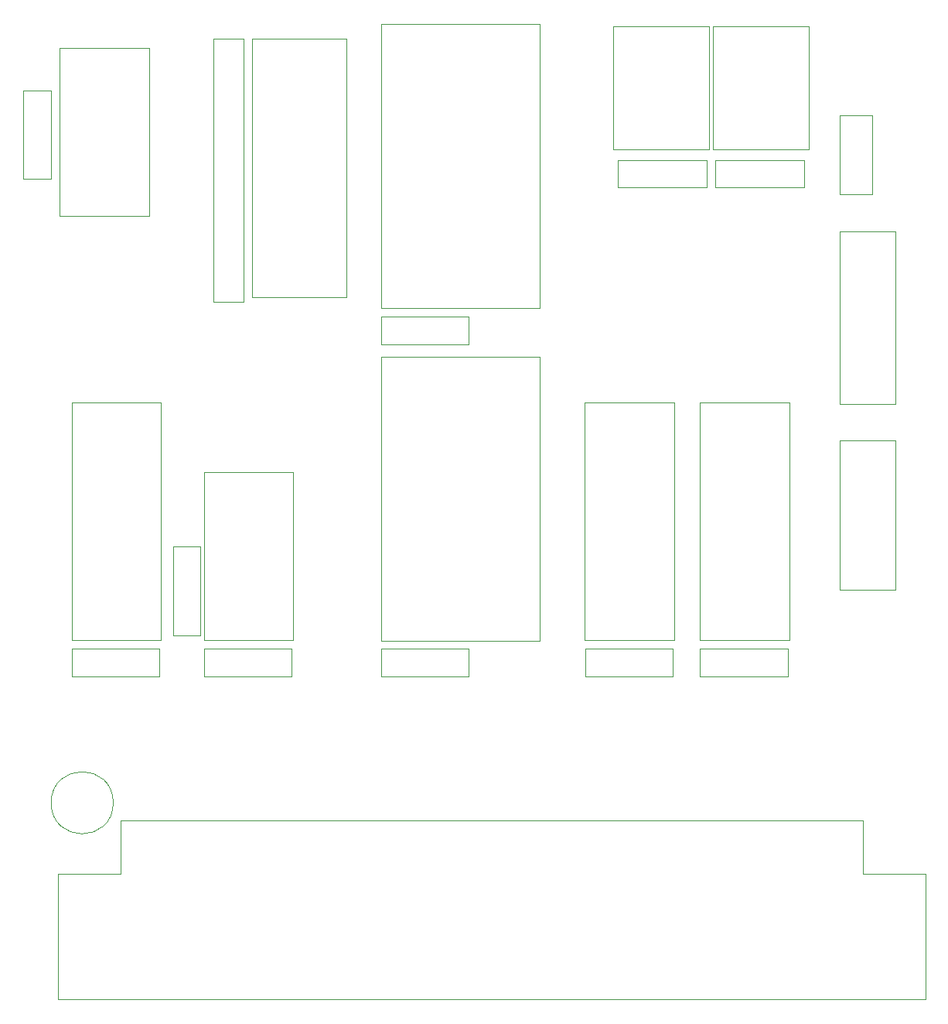
<source format=gbr>
%TF.GenerationSoftware,KiCad,Pcbnew,(5.1.12)-1*%
%TF.CreationDate,2022-05-03T20:15:27+02:00*%
%TF.ProjectId,ec1834-post,65633138-3334-42d7-906f-73742e6b6963,2*%
%TF.SameCoordinates,Original*%
%TF.FileFunction,Other,User*%
%FSLAX46Y46*%
G04 Gerber Fmt 4.6, Leading zero omitted, Abs format (unit mm)*
G04 Created by KiCad (PCBNEW (5.1.12)-1) date 2022-05-03 20:15:27*
%MOMM*%
%LPD*%
G01*
G04 APERTURE LIST*
%ADD10C,0.050000*%
G04 APERTURE END LIST*
D10*
%TO.C,U3*%
X69786000Y-75210000D02*
X79586000Y-75210000D01*
X69786000Y-56860000D02*
X69786000Y-75210000D01*
X79586000Y-56860000D02*
X69786000Y-56860000D01*
X79586000Y-75210000D02*
X79586000Y-56860000D01*
%TO.C,U5*%
X122335000Y-85306500D02*
X122335000Y-54256500D01*
X122335000Y-54256500D02*
X104985000Y-54256500D01*
X104985000Y-54256500D02*
X104985000Y-85306500D01*
X104985000Y-85306500D02*
X122335000Y-85306500D01*
%TO.C,J0*%
X69594000Y-160931000D02*
X164594000Y-160931000D01*
X69594000Y-147201000D02*
X69594000Y-160931000D01*
X76444000Y-147201000D02*
X69594000Y-147201000D01*
X76444000Y-141341000D02*
X76444000Y-147201000D01*
X157734000Y-141341000D02*
X76444000Y-141341000D01*
X157734000Y-147201000D02*
X157734000Y-141341000D01*
X164594000Y-147201000D02*
X157734000Y-147201000D01*
X164594000Y-160931000D02*
X164594000Y-147201000D01*
%TO.C,U4*%
X137053500Y-121628500D02*
X137053500Y-95678500D01*
X137053500Y-95678500D02*
X127253500Y-95678500D01*
X127253500Y-95678500D02*
X127253500Y-121628500D01*
X127253500Y-121628500D02*
X137053500Y-121628500D01*
%TO.C,C4*%
X136947000Y-122529000D02*
X127347000Y-122529000D01*
X136947000Y-125629000D02*
X136947000Y-122529000D01*
X127347000Y-125629000D02*
X136947000Y-125629000D01*
X127347000Y-122529000D02*
X127347000Y-125629000D01*
%TO.C,U9*%
X149695000Y-121628500D02*
X149695000Y-95678500D01*
X149695000Y-95678500D02*
X139895000Y-95678500D01*
X139895000Y-95678500D02*
X139895000Y-121628500D01*
X139895000Y-121628500D02*
X149695000Y-121628500D01*
%TO.C,C8*%
X139920000Y-122529000D02*
X139920000Y-125629000D01*
X139920000Y-125629000D02*
X149520000Y-125629000D01*
X149520000Y-125629000D02*
X149520000Y-122529000D01*
X149520000Y-122529000D02*
X139920000Y-122529000D01*
%TO.C,C7*%
X75663000Y-139426000D02*
G75*
G03*
X75663000Y-139426000I-3400000J0D01*
G01*
%TO.C,C6*%
X114595000Y-122529000D02*
X104995000Y-122529000D01*
X114595000Y-125629000D02*
X114595000Y-122529000D01*
X104995000Y-125629000D02*
X114595000Y-125629000D01*
X104995000Y-122529000D02*
X104995000Y-125629000D01*
%TO.C,C5*%
X114595000Y-86207000D02*
X104995000Y-86207000D01*
X114595000Y-89307000D02*
X114595000Y-86207000D01*
X104995000Y-89307000D02*
X114595000Y-89307000D01*
X104995000Y-86207000D02*
X104995000Y-89307000D01*
%TO.C,J4*%
X161322000Y-99800000D02*
X155172000Y-99800000D01*
X161322000Y-116100000D02*
X161322000Y-99800000D01*
X155172000Y-116100000D02*
X161322000Y-116100000D01*
X155172000Y-99800000D02*
X155172000Y-116100000D01*
%TO.C,J3*%
X158772000Y-64240000D02*
X155172000Y-64240000D01*
X158772000Y-72890000D02*
X158772000Y-64240000D01*
X155172000Y-72890000D02*
X158772000Y-72890000D01*
X155172000Y-64240000D02*
X155172000Y-72890000D01*
%TO.C,J2*%
X161322000Y-76940000D02*
X155172000Y-76940000D01*
X161322000Y-95790000D02*
X161322000Y-76940000D01*
X155172000Y-95790000D02*
X161322000Y-95790000D01*
X155172000Y-76940000D02*
X155172000Y-95790000D01*
%TO.C,U8*%
X141308000Y-54464000D02*
X151808000Y-54464000D01*
X141308000Y-67964000D02*
X141308000Y-54464000D01*
X151808000Y-67964000D02*
X141308000Y-67964000D01*
X151808000Y-54464000D02*
X151808000Y-67964000D01*
%TO.C,U7*%
X130386000Y-54464000D02*
X140886000Y-54464000D01*
X130386000Y-67964000D02*
X130386000Y-54464000D01*
X140886000Y-67964000D02*
X130386000Y-67964000D01*
X140886000Y-54464000D02*
X140886000Y-67964000D01*
%TO.C,U6*%
X122335000Y-121692000D02*
X122335000Y-90642000D01*
X122335000Y-90642000D02*
X104985000Y-90642000D01*
X104985000Y-90642000D02*
X104985000Y-121692000D01*
X104985000Y-121692000D02*
X122335000Y-121692000D01*
%TO.C,U2*%
X95372100Y-121628500D02*
X95372100Y-103278500D01*
X95372100Y-103278500D02*
X85572100Y-103278500D01*
X85572100Y-103278500D02*
X85572100Y-121628500D01*
X85572100Y-121628500D02*
X95372100Y-121628500D01*
%TO.C,U1*%
X80894100Y-121628500D02*
X80894100Y-95678500D01*
X80894100Y-95678500D02*
X71094100Y-95678500D01*
X71094100Y-95678500D02*
X71094100Y-121628500D01*
X71094100Y-121628500D02*
X80894100Y-121628500D01*
%TO.C,SW1*%
X101172000Y-84134000D02*
X101172000Y-55884000D01*
X101172000Y-55884000D02*
X90872000Y-55884000D01*
X90872000Y-55884000D02*
X90872000Y-84134000D01*
X90872000Y-84134000D02*
X101172000Y-84134000D01*
%TO.C,RN1*%
X89915000Y-55831000D02*
X86615000Y-55831000D01*
X86615000Y-55831000D02*
X86615000Y-84631000D01*
X86615000Y-84631000D02*
X89915000Y-84631000D01*
X89915000Y-84631000D02*
X89915000Y-55831000D01*
%TO.C,R3*%
X85231100Y-111408500D02*
X82231100Y-111408500D01*
X82231100Y-111408500D02*
X82231100Y-121128500D01*
X82231100Y-121128500D02*
X85231100Y-121128500D01*
X85231100Y-121128500D02*
X85231100Y-111408500D01*
%TO.C,R2*%
X151291000Y-72112000D02*
X151291000Y-69112000D01*
X151291000Y-69112000D02*
X141571000Y-69112000D01*
X141571000Y-69112000D02*
X141571000Y-72112000D01*
X141571000Y-72112000D02*
X151291000Y-72112000D01*
%TO.C,R1*%
X130903000Y-69112000D02*
X130903000Y-72112000D01*
X130903000Y-72112000D02*
X140623000Y-72112000D01*
X140623000Y-72112000D02*
X140623000Y-69112000D01*
X140623000Y-69112000D02*
X130903000Y-69112000D01*
%TO.C,C3*%
X65760000Y-71154000D02*
X68860000Y-71154000D01*
X68860000Y-71154000D02*
X68860000Y-61554000D01*
X68860000Y-61554000D02*
X65760000Y-61554000D01*
X65760000Y-61554000D02*
X65760000Y-71154000D01*
%TO.C,C2*%
X85572100Y-122529000D02*
X85572100Y-125629000D01*
X85572100Y-125629000D02*
X95172100Y-125629000D01*
X95172100Y-125629000D02*
X95172100Y-122529000D01*
X95172100Y-122529000D02*
X85572100Y-122529000D01*
%TO.C,C1*%
X71094100Y-122529000D02*
X71094100Y-125629000D01*
X71094100Y-125629000D02*
X80694100Y-125629000D01*
X80694100Y-125629000D02*
X80694100Y-122529000D01*
X80694100Y-122529000D02*
X71094100Y-122529000D01*
%TD*%
M02*

</source>
